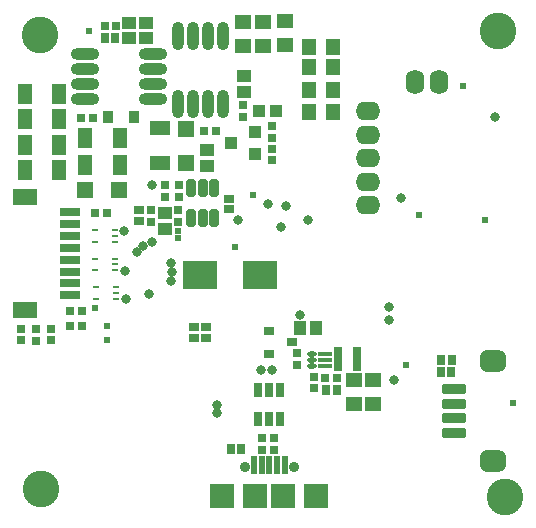
<source format=gts>
G04*
G04 #@! TF.GenerationSoftware,Altium Limited,Altium Designer,24.10.1 (45)*
G04*
G04 Layer_Color=8388736*
%FSLAX25Y25*%
%MOIN*%
G70*
G04*
G04 #@! TF.SameCoordinates,1F7DBCF5-7643-4606-9888-D8ADD4ED05EF*
G04*
G04*
G04 #@! TF.FilePolarity,Negative*
G04*
G01*
G75*
%ADD54R,0.02400X0.00900*%
%ADD56R,0.07099X0.04934*%
%ADD57R,0.03261X0.04068*%
%ADD58R,0.02769X0.03162*%
%ADD59R,0.04934X0.07099*%
%ADD60R,0.06902X0.03162*%
%ADD61R,0.07887X0.05524*%
%ADD62O,0.03950X0.09461*%
%ADD63R,0.04540X0.04147*%
%ADD64O,0.09461X0.03950*%
%ADD65R,0.03162X0.03320*%
%ADD66R,0.04737X0.04343*%
%ADD67R,0.03320X0.03162*%
%ADD68R,0.03162X0.02769*%
%ADD69R,0.11430X0.09461*%
%ADD70R,0.02375X0.02178*%
%ADD71R,0.05524X0.05524*%
%ADD72R,0.05524X0.05524*%
%ADD73R,0.04343X0.03950*%
%ADD74R,0.03950X0.03950*%
%ADD75R,0.04737X0.05524*%
%ADD76O,0.06299X0.08268*%
%ADD77O,0.08268X0.06299*%
G04:AMPARAMS|DCode=78|XSize=35.56mil|YSize=78.87mil|CornerRadius=8.13mil|HoleSize=0mil|Usage=FLASHONLY|Rotation=90.000|XOffset=0mil|YOffset=0mil|HoleType=Round|Shape=RoundedRectangle|*
%AMROUNDEDRECTD78*
21,1,0.03556,0.06260,0,0,90.0*
21,1,0.01929,0.07887,0,0,90.0*
1,1,0.01627,0.03130,0.00965*
1,1,0.01627,0.03130,-0.00965*
1,1,0.01627,-0.03130,-0.00965*
1,1,0.01627,-0.03130,0.00965*
%
%ADD78ROUNDEDRECTD78*%
G04:AMPARAMS|DCode=79|XSize=70.99mil|YSize=86.74mil|CornerRadius=19.75mil|HoleSize=0mil|Usage=FLASHONLY|Rotation=90.000|XOffset=0mil|YOffset=0mil|HoleType=Round|Shape=RoundedRectangle|*
%AMROUNDEDRECTD79*
21,1,0.07099,0.04724,0,0,90.0*
21,1,0.03150,0.08674,0,0,90.0*
1,1,0.03950,0.02362,0.01575*
1,1,0.03950,0.02362,-0.01575*
1,1,0.03950,-0.02362,-0.01575*
1,1,0.03950,-0.02362,0.01575*
%
%ADD79ROUNDEDRECTD79*%
%ADD80R,0.03556X0.03162*%
%ADD81R,0.04343X0.04737*%
%ADD82O,0.03162X0.01784*%
%ADD83O,0.04737X0.01587*%
%ADD84R,0.03162X0.07887*%
%ADD85R,0.05524X0.04737*%
%ADD86R,0.08280X0.08280*%
%ADD87R,0.07887X0.08280*%
%ADD88R,0.02375X0.06115*%
%ADD89R,0.02756X0.05118*%
G04:AMPARAMS|DCode=90|XSize=57.21mil|YSize=31.23mil|CornerRadius=6.9mil|HoleSize=0mil|Usage=FLASHONLY|Rotation=270.000|XOffset=0mil|YOffset=0mil|HoleType=Round|Shape=RoundedRectangle|*
%AMROUNDEDRECTD90*
21,1,0.05721,0.01742,0,0,270.0*
21,1,0.04341,0.03123,0,0,270.0*
1,1,0.01381,-0.00871,-0.02170*
1,1,0.01381,-0.00871,0.02170*
1,1,0.01381,0.00871,0.02170*
1,1,0.01381,0.00871,-0.02170*
%
%ADD90ROUNDEDRECTD90*%
%ADD91C,0.03556*%
%ADD92C,0.12205*%
%ADD93C,0.02375*%
%ADD94C,0.03162*%
D54*
X37996Y76771D02*
D03*
Y78740D02*
D03*
Y80709D02*
D03*
X31296Y80709D02*
D03*
Y76772D02*
D03*
X37802Y86220D02*
D03*
Y88189D02*
D03*
Y90158D02*
D03*
X31102Y90158D02*
D03*
Y86221D02*
D03*
X37802Y95669D02*
D03*
Y97638D02*
D03*
Y99607D02*
D03*
X31102Y99606D02*
D03*
Y95669D02*
D03*
D56*
X52800Y121893D02*
D03*
Y133507D02*
D03*
D57*
X44144Y137402D02*
D03*
X35384D02*
D03*
D58*
X35069Y105200D02*
D03*
X31132D02*
D03*
X38189Y167717D02*
D03*
X34252D02*
D03*
X67323Y132677D02*
D03*
X71260D02*
D03*
X107874Y50394D02*
D03*
X111811D02*
D03*
X22842Y67832D02*
D03*
X26779D02*
D03*
X22742Y72832D02*
D03*
X26679D02*
D03*
X26378Y137008D02*
D03*
X30315D02*
D03*
D59*
X19193Y144882D02*
D03*
X7579D02*
D03*
X19193Y119685D02*
D03*
X7579D02*
D03*
X19193Y127953D02*
D03*
X7579D02*
D03*
X19193Y136614D02*
D03*
X7579D02*
D03*
X27657Y121260D02*
D03*
X39272D02*
D03*
X27657Y130315D02*
D03*
X39272D02*
D03*
D60*
X22835Y101575D02*
D03*
Y97638D02*
D03*
Y93701D02*
D03*
Y85827D02*
D03*
Y81890D02*
D03*
Y77953D02*
D03*
Y89764D02*
D03*
Y105512D02*
D03*
D61*
X7579Y110630D02*
D03*
Y72835D02*
D03*
D62*
X58780Y141732D02*
D03*
X63779D02*
D03*
X68779D02*
D03*
X73779D02*
D03*
X58780Y164331D02*
D03*
X63779D02*
D03*
X68779D02*
D03*
X73779D02*
D03*
D63*
X48031Y168701D02*
D03*
Y163583D02*
D03*
X42520Y163583D02*
D03*
Y168701D02*
D03*
D64*
X27677Y158287D02*
D03*
Y153287D02*
D03*
Y148287D02*
D03*
Y143287D02*
D03*
X50276Y158287D02*
D03*
Y153287D02*
D03*
Y148287D02*
D03*
Y143287D02*
D03*
D65*
X34268Y163800D02*
D03*
X37732D02*
D03*
X146457Y56299D02*
D03*
X149921D02*
D03*
X146299Y52362D02*
D03*
X149764D02*
D03*
X111575Y46457D02*
D03*
X108110D02*
D03*
X79685Y26772D02*
D03*
X76221D02*
D03*
D66*
X80709Y145768D02*
D03*
Y151083D02*
D03*
X68504Y126378D02*
D03*
Y121063D02*
D03*
X54331Y105315D02*
D03*
Y100000D02*
D03*
D67*
X75600Y106668D02*
D03*
Y110132D02*
D03*
X45669Y106220D02*
D03*
Y102756D02*
D03*
X68110Y63779D02*
D03*
Y67244D02*
D03*
X64173Y63779D02*
D03*
Y67244D02*
D03*
D68*
X49606Y106299D02*
D03*
Y102362D02*
D03*
X80315Y141339D02*
D03*
Y137402D02*
D03*
X90158Y134252D02*
D03*
Y130315D02*
D03*
Y122835D02*
D03*
Y126772D02*
D03*
X98425Y54724D02*
D03*
Y58661D02*
D03*
X86614Y26378D02*
D03*
Y30315D02*
D03*
X90551Y26378D02*
D03*
Y30315D02*
D03*
X6379Y66820D02*
D03*
Y62883D02*
D03*
X11279Y66757D02*
D03*
Y62820D02*
D03*
X16379Y66788D02*
D03*
Y62851D02*
D03*
X103937Y46850D02*
D03*
Y50787D02*
D03*
X58661Y106299D02*
D03*
Y102362D02*
D03*
X59055Y110630D02*
D03*
Y114567D02*
D03*
X54331Y114567D02*
D03*
Y110630D02*
D03*
D69*
X65945Y84646D02*
D03*
X86024D02*
D03*
D70*
X58661Y99410D02*
D03*
Y96850D02*
D03*
D71*
X61417Y133189D02*
D03*
X27835Y112992D02*
D03*
D72*
X61417Y121929D02*
D03*
X39094Y112992D02*
D03*
D73*
X76378Y128740D02*
D03*
X84252Y132480D02*
D03*
Y125000D02*
D03*
D74*
X85630Y139370D02*
D03*
X91535D02*
D03*
D75*
X110236Y138976D02*
D03*
X102362D02*
D03*
X110236Y146457D02*
D03*
X102362D02*
D03*
X110236Y153937D02*
D03*
X102362D02*
D03*
X110236Y160630D02*
D03*
X102362D02*
D03*
D76*
X137795Y149016D02*
D03*
X145669D02*
D03*
D77*
X122047Y139370D02*
D03*
Y131496D02*
D03*
Y123622D02*
D03*
Y115748D02*
D03*
Y107874D02*
D03*
D78*
X150787Y41831D02*
D03*
Y31988D02*
D03*
Y46752D02*
D03*
Y36909D02*
D03*
D79*
X163779Y22736D02*
D03*
Y56004D02*
D03*
D80*
X96850Y62205D02*
D03*
X88976Y58465D02*
D03*
Y65945D02*
D03*
D81*
X104626Y66929D02*
D03*
X99311D02*
D03*
D82*
X103347Y58268D02*
D03*
Y56299D02*
D03*
Y54331D02*
D03*
D83*
X107677Y58268D02*
D03*
Y56299D02*
D03*
Y54331D02*
D03*
D84*
X112205Y56693D02*
D03*
X118504D02*
D03*
D85*
X117323Y41732D02*
D03*
Y49606D02*
D03*
X123622Y41732D02*
D03*
Y49606D02*
D03*
X80315Y161024D02*
D03*
Y168898D02*
D03*
X87008Y161024D02*
D03*
Y168898D02*
D03*
X94488Y161417D02*
D03*
Y169291D02*
D03*
D86*
X84398Y10897D02*
D03*
X93847D02*
D03*
D87*
X73375D02*
D03*
X104871D02*
D03*
D88*
X84005Y21428D02*
D03*
X94241D02*
D03*
X86564D02*
D03*
X89123D02*
D03*
X91682D02*
D03*
D89*
X85236Y36614D02*
D03*
X88976D02*
D03*
X92716D02*
D03*
X85236Y46496D02*
D03*
X88976D02*
D03*
X92716D02*
D03*
D90*
X70669Y113602D02*
D03*
X66929D02*
D03*
X63189D02*
D03*
Y103720D02*
D03*
X66929D02*
D03*
X70669D02*
D03*
D91*
X80954Y20542D02*
D03*
X97292D02*
D03*
D92*
X167717Y10630D02*
D03*
X165354Y166142D02*
D03*
X12598Y164567D02*
D03*
X12992Y13386D02*
D03*
D93*
X134547Y54823D02*
D03*
X77756Y94095D02*
D03*
X83604Y111396D02*
D03*
X35000Y67800D02*
D03*
X35200Y62900D02*
D03*
X170300Y41900D02*
D03*
X29100Y165900D02*
D03*
X153600Y147600D02*
D03*
X161000Y103100D02*
D03*
X139000Y104500D02*
D03*
X31100Y73600D02*
D03*
D94*
X50197Y114567D02*
D03*
X78642Y103051D02*
D03*
X92914Y100786D02*
D03*
X94600Y107800D02*
D03*
X49114Y78347D02*
D03*
X40800Y99400D02*
D03*
X45000Y92200D02*
D03*
X56300Y82700D02*
D03*
X47100Y94400D02*
D03*
X56600Y85500D02*
D03*
X56400Y88600D02*
D03*
X50200Y95800D02*
D03*
X40900Y86000D02*
D03*
X41300Y76600D02*
D03*
X99300Y71300D02*
D03*
X101900Y103100D02*
D03*
X88800Y108300D02*
D03*
X129000Y74000D02*
D03*
X129100Y69500D02*
D03*
X130600Y49500D02*
D03*
X164500Y137300D02*
D03*
X133000Y110200D02*
D03*
X71700Y41300D02*
D03*
Y38600D02*
D03*
X90074Y52843D02*
D03*
X86250Y52943D02*
D03*
M02*

</source>
